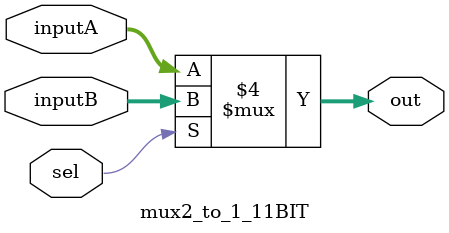
<source format=sv>

module mux2_to_1_11BIT(out,inputA,inputB,sel); // signal multiplexing between 2 11-Bit words.

output logic [10:0] out;
input [10:0] inputA;
input [10:0] inputB;
input sel;

always @(inputA or inputB or sel) begin
  
  if (sel == 0) begin
	out <= inputA;
  end
  else begin
	out <= inputB; 
  end
end
endmodule

</source>
